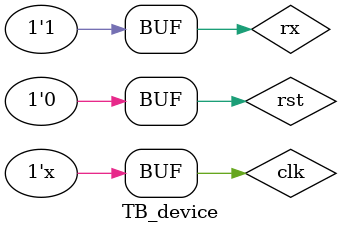
<source format=sv>
`timescale 10ns / 1ps

module TB_device();
    
    logic clk, rst;
    logic rx, tx;
    
    device #(
        .BAUD_RATE(100_000_00)
    ) DUT(
        .CLK100MHZ(clk),.CPU_RESETN(~rst),    
        .UART_TXD_IN(rx),.UART_RXD_OUT(tx),
        .SEG(),.AN()
    );

    always #0.5 clk = ~clk;
    
    initial begin
        clk = 1;
        rst = 1;
        rx = 1;
        #10 rst = 0;
        #100
    // WRITE VECTOR A
        #10 rx = 0;
        #10 rx = 1; #10 rx = 0; #10 rx = 0; #10 rx = 0;
        #10 rx = 0; #10 rx = 0; #10 rx = 0; #10 rx = 0;
        #10 rx = 1;
    // 1st element (66)
        #10 rx = 0;
        #10 rx = 0; #10 rx = 1; #10 rx = 0; #10 rx = 0;
        #10 rx = 0; #10 rx = 0; #10 rx = 1; #10 rx = 0;
        #10 rx = 1;
    // 2nd element (163)
        #10 rx = 0;
        #10 rx = 1; #10 rx = 1; #10 rx = 0; #10 rx = 0;
        #10 rx = 0; #10 rx = 1; #10 rx = 0; #10 rx = 1;
        #10 rx = 1;
    // 3rd element (180)
        #10 rx = 0;
        #10 rx = 0; #10 rx = 0; #10 rx = 1; #10 rx = 0;
        #10 rx = 1; #10 rx = 1; #10 rx = 0; #10 rx = 1;
        #10 rx = 1;
    // 4th element (24)
        #10 rx = 0;
        #10 rx = 0; #10 rx = 0; #10 rx = 0; #10 rx = 1;
        #10 rx = 1; #10 rx = 0; #10 rx = 0; #10 rx = 0;
        #10 rx = 1;
        
    // WRITE VECTOR B
        #10 rx = 0;
        #10 rx = 0; #10 rx = 1; #10 rx = 0; #10 rx = 0;
        #10 rx = 0; #10 rx = 0; #10 rx = 0; #10 rx = 0;
        #10 rx = 1;
    // 1st element (99)
        #10 rx = 0;
        #10 rx = 1; #10 rx = 1; #10 rx = 0; #10 rx = 0;
        #10 rx = 0; #10 rx = 1; #10 rx = 1; #10 rx = 0;
        #10 rx = 1;
    // 2nd element (59)
        #10 rx = 0;
        #10 rx = 1; #10 rx = 1; #10 rx = 0; #10 rx = 1;
        #10 rx = 1; #10 rx = 1; #10 rx = 0; #10 rx = 0;
        #10 rx = 1;
    // 3rd element (120)
        #10 rx = 0;
        #10 rx = 0; #10 rx = 0; #10 rx = 0; #10 rx = 1;
        #10 rx = 1; #10 rx = 1; #10 rx = 1; #10 rx = 0;
        #10 rx = 1;
    // 4th element (62)
        #10 rx = 0;
        #10 rx = 0; #10 rx = 1; #10 rx = 1; #10 rx = 1;
        #10 rx = 1; #10 rx = 1; #10 rx = 0; #10 rx = 0;
        #10 rx = 1;
        
    // READ VECTOR A
        #500 rx = 0;
        #10 rx = 1; #10 rx = 1; #10 rx = 0; #10 rx = 0;
        #10 rx = 0; #10 rx = 0; #10 rx = 0; #10 rx = 0;
        #10 rx = 1;
    // READ VECTOR B
        #500 rx = 0;
        #10 rx = 0; #10 rx = 0; #10 rx = 1; #10 rx = 0;
        #10 rx = 0; #10 rx = 0; #10 rx = 0; #10 rx = 0;
        #10 rx = 1;
    // SUM (86,44,222,165)'
        #500 rx = 0;
        #10 rx = 1; #10 rx = 0; #10 rx = 1; #10 rx = 0;
        #10 rx = 0; #10 rx = 0; #10 rx = 0; #10 rx = 0;
        #10 rx = 1;
    // AVG (43,150,111,82)'
        #500 rx = 0;
        #10 rx = 0; #10 rx = 1; #10 rx = 1; #10 rx = 0;
        #10 rx = 0; #10 rx = 0; #10 rx = 0; #10 rx = 0;
        #10 rx = 1;
    // MAN (235)
        #500 rx = 0;
        #10 rx = 1; #10 rx = 1; #10 rx = 1; #10 rx = 0;
        #10 rx = 0; #10 rx = 0; #10 rx = 0; #10 rx = 0;
        #10 rx = 1;
    end
endmodule

</source>
